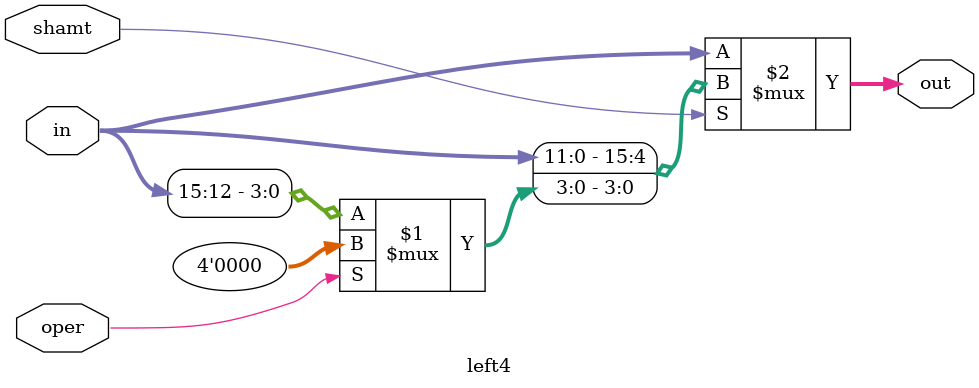
<source format=v>
module left4(in, shamt, oper, out);
  input [15:0]in;
  input shamt;
  input oper;
  output[15:0] out;

  assign out = shamt ? {in[11:0], oper? 4'b0000: in[15:12]}:in;
endmodule

</source>
